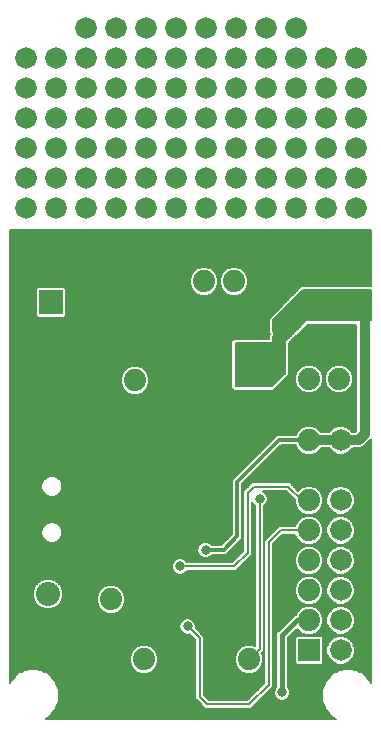
<source format=gbl>
G75*
%MOIN*%
%OFA0B0*%
%FSLAX25Y25*%
%IPPOS*%
%LPD*%
%AMOC8*
5,1,8,0,0,1.08239X$1,22.5*
%
%ADD10C,0.04331*%
%ADD11R,0.08000X0.08000*%
%ADD12C,0.08000*%
%ADD13C,0.07400*%
%ADD14R,0.07400X0.07400*%
%ADD15C,0.03200*%
%ADD16C,0.00600*%
%ADD17C,0.07200*%
%ADD18C,0.00800*%
%ADD19C,0.01600*%
%ADD20C,0.01200*%
%ADD21C,0.03200*%
D10*
X0013728Y0062375D02*
X0018059Y0062375D01*
X0018059Y0084225D02*
X0013728Y0084225D01*
D11*
X0022894Y0031300D03*
X0023894Y0142300D03*
D12*
X0023894Y0156080D03*
X0022894Y0045080D03*
D13*
X0043894Y0043300D03*
X0043894Y0033300D03*
X0054894Y0023300D03*
X0064894Y0023300D03*
X0079894Y0023300D03*
X0089894Y0023300D03*
X0109894Y0036300D03*
X0109894Y0046300D03*
X0109894Y0056300D03*
X0109894Y0066300D03*
X0109894Y0076300D03*
X0109894Y0086300D03*
X0109894Y0096300D03*
X0109894Y0116800D03*
X0109894Y0126800D03*
X0119894Y0126800D03*
X0119894Y0116800D03*
X0119894Y0141300D03*
X0119894Y0151300D03*
X0084894Y0149300D03*
X0074894Y0149300D03*
X0051894Y0116300D03*
X0051894Y0106300D03*
D14*
X0109894Y0026300D03*
D15*
X0100894Y0012300D03*
X0081894Y0017300D03*
X0078894Y0013300D03*
X0069394Y0034300D03*
X0066894Y0054300D03*
X0075394Y0059800D03*
X0075894Y0065300D03*
X0079394Y0065300D03*
X0082894Y0065300D03*
X0093394Y0076800D03*
X0076394Y0100800D03*
X0072894Y0100800D03*
X0072894Y0097300D03*
X0072894Y0093800D03*
X0072894Y0090300D03*
X0072894Y0086800D03*
X0072894Y0083300D03*
X0069394Y0100800D03*
X0078394Y0112800D03*
X0074394Y0116800D03*
X0066394Y0119800D03*
X0063394Y0123300D03*
X0066394Y0126800D03*
X0075394Y0129300D03*
X0078894Y0129300D03*
X0087894Y0126800D03*
X0087894Y0123300D03*
X0087894Y0119800D03*
X0087894Y0116300D03*
X0091894Y0131800D03*
X0095394Y0131800D03*
X0093394Y0138800D03*
X0093394Y0142300D03*
X0054394Y0063800D03*
X0054394Y0060300D03*
X0031894Y0059800D03*
X0031894Y0063800D03*
X0031894Y0067800D03*
X0031894Y0071800D03*
X0027894Y0059800D03*
X0027894Y0055800D03*
X0031894Y0055800D03*
X0023894Y0055800D03*
X0023894Y0059800D03*
X0019894Y0055800D03*
X0028894Y0102800D03*
X0032894Y0102800D03*
X0036894Y0102800D03*
X0040894Y0102800D03*
X0044894Y0102800D03*
X0065894Y0013300D03*
X0062894Y0009800D03*
D16*
X0010194Y0015445D02*
X0010194Y0166300D01*
X0130594Y0166300D01*
X0130594Y0147700D01*
X0107314Y0147700D01*
X0096494Y0136880D01*
X0096494Y0130200D01*
X0084814Y0130200D01*
X0083994Y0129380D01*
X0083994Y0113720D01*
X0084814Y0112900D01*
X0097974Y0112900D01*
X0102474Y0117400D01*
X0103294Y0118220D01*
X0103294Y0128720D01*
X0109474Y0134900D01*
X0125694Y0134900D01*
X0125694Y0099418D01*
X0125334Y0099059D01*
X0124281Y0099059D01*
X0123056Y0100284D01*
X0121329Y0101000D01*
X0119459Y0101000D01*
X0117731Y0100284D01*
X0116506Y0099059D01*
X0113923Y0099059D01*
X0112613Y0100369D01*
X0110848Y0101100D01*
X0108939Y0101100D01*
X0107175Y0100369D01*
X0105824Y0099019D01*
X0105427Y0098059D01*
X0099190Y0098059D01*
X0098194Y0097063D01*
X0084194Y0083063D01*
X0084194Y0065004D01*
X0080690Y0061500D01*
X0077512Y0061500D01*
X0076923Y0062089D01*
X0075931Y0062500D01*
X0074857Y0062500D01*
X0073864Y0062089D01*
X0073105Y0061329D01*
X0072694Y0060337D01*
X0072694Y0059263D01*
X0073105Y0058271D01*
X0073864Y0057511D01*
X0074857Y0057100D01*
X0075931Y0057100D01*
X0076923Y0057511D01*
X0077512Y0058100D01*
X0082098Y0058100D01*
X0086598Y0062600D01*
X0087594Y0063596D01*
X0087594Y0081655D01*
X0100598Y0094659D01*
X0105378Y0094659D01*
X0105824Y0093581D01*
X0107175Y0092231D01*
X0108939Y0091500D01*
X0110848Y0091500D01*
X0112613Y0092231D01*
X0113963Y0093581D01*
X0113995Y0093659D01*
X0116400Y0093659D01*
X0116409Y0093638D01*
X0117731Y0092316D01*
X0119459Y0091600D01*
X0121329Y0091600D01*
X0123056Y0092316D01*
X0124378Y0093638D01*
X0124387Y0093659D01*
X0126990Y0093659D01*
X0127982Y0094070D01*
X0129923Y0096011D01*
X0130594Y0096682D01*
X0130594Y0015445D01*
X0130269Y0016228D01*
X0127822Y0018675D01*
X0124624Y0020000D01*
X0121163Y0020000D01*
X0117966Y0018675D01*
X0115518Y0016228D01*
X0114194Y0013031D01*
X0114194Y0009569D01*
X0115518Y0006372D01*
X0117966Y0003924D01*
X0118749Y0003600D01*
X0022038Y0003600D01*
X0022822Y0003924D01*
X0025269Y0006372D01*
X0026594Y0009569D01*
X0026594Y0013031D01*
X0025269Y0016228D01*
X0022822Y0018675D01*
X0019624Y0020000D01*
X0016163Y0020000D01*
X0012966Y0018675D01*
X0010518Y0016228D01*
X0010194Y0015445D01*
X0010194Y0015664D02*
X0010285Y0015664D01*
X0010194Y0016263D02*
X0010553Y0016263D01*
X0010194Y0016861D02*
X0011151Y0016861D01*
X0011750Y0017460D02*
X0010194Y0017460D01*
X0010194Y0018058D02*
X0012348Y0018058D01*
X0012947Y0018657D02*
X0010194Y0018657D01*
X0010194Y0019255D02*
X0014365Y0019255D01*
X0015810Y0019854D02*
X0010194Y0019854D01*
X0010194Y0020452D02*
X0050953Y0020452D01*
X0050824Y0020581D02*
X0052175Y0019231D01*
X0053939Y0018500D01*
X0055848Y0018500D01*
X0057613Y0019231D01*
X0058963Y0020581D01*
X0059694Y0022345D01*
X0059694Y0024255D01*
X0058963Y0026019D01*
X0057613Y0027369D01*
X0055848Y0028100D01*
X0053939Y0028100D01*
X0052175Y0027369D01*
X0050824Y0026019D01*
X0050094Y0024255D01*
X0050094Y0022345D01*
X0050824Y0020581D01*
X0050630Y0021051D02*
X0010194Y0021051D01*
X0010194Y0021649D02*
X0050382Y0021649D01*
X0050134Y0022248D02*
X0010194Y0022248D01*
X0010194Y0022846D02*
X0050094Y0022846D01*
X0050094Y0023445D02*
X0010194Y0023445D01*
X0010194Y0024043D02*
X0050094Y0024043D01*
X0050254Y0024642D02*
X0010194Y0024642D01*
X0010194Y0025240D02*
X0050502Y0025240D01*
X0050750Y0025839D02*
X0010194Y0025839D01*
X0010194Y0026437D02*
X0051243Y0026437D01*
X0051841Y0027036D02*
X0010194Y0027036D01*
X0010194Y0027634D02*
X0052815Y0027634D01*
X0056972Y0027634D02*
X0071894Y0027634D01*
X0071894Y0027036D02*
X0057946Y0027036D01*
X0058544Y0026437D02*
X0071894Y0026437D01*
X0071894Y0025839D02*
X0059037Y0025839D01*
X0059285Y0025240D02*
X0071894Y0025240D01*
X0071894Y0024642D02*
X0059533Y0024642D01*
X0059694Y0024043D02*
X0071894Y0024043D01*
X0071894Y0023445D02*
X0059694Y0023445D01*
X0059694Y0022846D02*
X0071894Y0022846D01*
X0071894Y0022248D02*
X0059653Y0022248D01*
X0059405Y0021649D02*
X0071894Y0021649D01*
X0071894Y0021051D02*
X0059158Y0021051D01*
X0058834Y0020452D02*
X0071894Y0020452D01*
X0071894Y0019854D02*
X0058236Y0019854D01*
X0057637Y0019255D02*
X0071894Y0019255D01*
X0071894Y0018657D02*
X0056227Y0018657D01*
X0053560Y0018657D02*
X0022841Y0018657D01*
X0023439Y0018058D02*
X0071894Y0018058D01*
X0071894Y0017460D02*
X0024038Y0017460D01*
X0024636Y0016861D02*
X0071894Y0016861D01*
X0071894Y0016263D02*
X0025235Y0016263D01*
X0025503Y0015664D02*
X0071894Y0015664D01*
X0071894Y0015066D02*
X0025751Y0015066D01*
X0025999Y0014467D02*
X0071894Y0014467D01*
X0071894Y0013869D02*
X0026247Y0013869D01*
X0026494Y0013270D02*
X0071894Y0013270D01*
X0071894Y0012672D02*
X0026594Y0012672D01*
X0026594Y0012073D02*
X0071894Y0012073D01*
X0071894Y0011475D02*
X0026594Y0011475D01*
X0026594Y0010876D02*
X0071894Y0010876D01*
X0071894Y0010278D02*
X0026594Y0010278D01*
X0026594Y0009679D02*
X0072393Y0009679D01*
X0072772Y0009300D02*
X0075272Y0006800D01*
X0090515Y0006800D01*
X0091394Y0007679D01*
X0097894Y0014179D01*
X0097894Y0061679D01*
X0101015Y0064800D01*
X0105320Y0064800D01*
X0105824Y0063581D01*
X0107175Y0062231D01*
X0108939Y0061500D01*
X0110848Y0061500D01*
X0112613Y0062231D01*
X0113963Y0063581D01*
X0114694Y0065345D01*
X0114694Y0067255D01*
X0113963Y0069019D01*
X0112613Y0070369D01*
X0110848Y0071100D01*
X0108939Y0071100D01*
X0107175Y0070369D01*
X0105824Y0069019D01*
X0105320Y0067800D01*
X0099772Y0067800D01*
X0094894Y0062921D01*
X0094894Y0015421D01*
X0089272Y0009800D01*
X0076515Y0009800D01*
X0074894Y0011421D01*
X0074894Y0030921D01*
X0072081Y0033734D01*
X0072094Y0033763D01*
X0072094Y0034837D01*
X0071683Y0035829D01*
X0070923Y0036589D01*
X0069931Y0037000D01*
X0068857Y0037000D01*
X0067864Y0036589D01*
X0067105Y0035829D01*
X0066694Y0034837D01*
X0066694Y0033763D01*
X0067105Y0032771D01*
X0067864Y0032011D01*
X0068857Y0031600D01*
X0069931Y0031600D01*
X0069960Y0031612D01*
X0071894Y0029679D01*
X0071894Y0010179D01*
X0072772Y0009300D01*
X0072992Y0009081D02*
X0026391Y0009081D01*
X0026143Y0008482D02*
X0073590Y0008482D01*
X0074189Y0007884D02*
X0025895Y0007884D01*
X0025647Y0007285D02*
X0074787Y0007285D01*
X0076037Y0010278D02*
X0089750Y0010278D01*
X0090349Y0010876D02*
X0075439Y0010876D01*
X0074894Y0011475D02*
X0090947Y0011475D01*
X0091546Y0012073D02*
X0074894Y0012073D01*
X0074894Y0012672D02*
X0092144Y0012672D01*
X0092743Y0013270D02*
X0074894Y0013270D01*
X0074894Y0013869D02*
X0093341Y0013869D01*
X0093940Y0014467D02*
X0074894Y0014467D01*
X0074894Y0015066D02*
X0094538Y0015066D01*
X0094894Y0015664D02*
X0074894Y0015664D01*
X0074894Y0016263D02*
X0094894Y0016263D01*
X0094894Y0016861D02*
X0074894Y0016861D01*
X0074894Y0017460D02*
X0094894Y0017460D01*
X0094894Y0018058D02*
X0074894Y0018058D01*
X0074894Y0018657D02*
X0088560Y0018657D01*
X0088939Y0018500D02*
X0090848Y0018500D01*
X0092613Y0019231D01*
X0093963Y0020581D01*
X0094694Y0022345D01*
X0094694Y0024255D01*
X0094189Y0025474D01*
X0094894Y0026179D01*
X0094894Y0074499D01*
X0094923Y0074511D01*
X0095683Y0075271D01*
X0096094Y0076263D01*
X0096094Y0077337D01*
X0095683Y0078329D01*
X0094923Y0079089D01*
X0094414Y0079300D01*
X0102272Y0079300D01*
X0105094Y0076479D01*
X0105094Y0075345D01*
X0105824Y0073581D01*
X0107175Y0072231D01*
X0108939Y0071500D01*
X0110848Y0071500D01*
X0112613Y0072231D01*
X0113963Y0073581D01*
X0114694Y0075345D01*
X0114694Y0077255D01*
X0113963Y0079019D01*
X0112613Y0080369D01*
X0110848Y0081100D01*
X0108939Y0081100D01*
X0107175Y0080369D01*
X0106310Y0079505D01*
X0104394Y0081421D01*
X0103515Y0082300D01*
X0090772Y0082300D01*
X0088772Y0080300D01*
X0087894Y0079421D01*
X0087894Y0059421D01*
X0084272Y0055800D01*
X0069195Y0055800D01*
X0069183Y0055829D01*
X0068423Y0056589D01*
X0067431Y0057000D01*
X0066357Y0057000D01*
X0065364Y0056589D01*
X0064605Y0055829D01*
X0064194Y0054837D01*
X0064194Y0053763D01*
X0064605Y0052771D01*
X0065364Y0052011D01*
X0066357Y0051600D01*
X0067431Y0051600D01*
X0068423Y0052011D01*
X0069183Y0052771D01*
X0069195Y0052800D01*
X0085515Y0052800D01*
X0086394Y0053679D01*
X0090894Y0058179D01*
X0090894Y0075780D01*
X0091105Y0075271D01*
X0091864Y0074511D01*
X0091894Y0074499D01*
X0091894Y0027667D01*
X0090848Y0028100D01*
X0088939Y0028100D01*
X0087175Y0027369D01*
X0085824Y0026019D01*
X0085094Y0024255D01*
X0085094Y0022345D01*
X0085824Y0020581D01*
X0087175Y0019231D01*
X0088939Y0018500D01*
X0087150Y0019255D02*
X0074894Y0019255D01*
X0074894Y0019854D02*
X0086552Y0019854D01*
X0085953Y0020452D02*
X0074894Y0020452D01*
X0074894Y0021051D02*
X0085630Y0021051D01*
X0085382Y0021649D02*
X0074894Y0021649D01*
X0074894Y0022248D02*
X0085134Y0022248D01*
X0085094Y0022846D02*
X0074894Y0022846D01*
X0074894Y0023445D02*
X0085094Y0023445D01*
X0085094Y0024043D02*
X0074894Y0024043D01*
X0074894Y0024642D02*
X0085254Y0024642D01*
X0085502Y0025240D02*
X0074894Y0025240D01*
X0074894Y0025839D02*
X0085750Y0025839D01*
X0086243Y0026437D02*
X0074894Y0026437D01*
X0074894Y0027036D02*
X0086841Y0027036D01*
X0087815Y0027634D02*
X0074894Y0027634D01*
X0074894Y0028233D02*
X0091894Y0028233D01*
X0091894Y0028832D02*
X0074894Y0028832D01*
X0074894Y0029430D02*
X0091894Y0029430D01*
X0091894Y0030029D02*
X0074894Y0030029D01*
X0074894Y0030627D02*
X0091894Y0030627D01*
X0091894Y0031226D02*
X0074589Y0031226D01*
X0073991Y0031824D02*
X0091894Y0031824D01*
X0091894Y0032423D02*
X0073392Y0032423D01*
X0072794Y0033021D02*
X0091894Y0033021D01*
X0091894Y0033620D02*
X0072195Y0033620D01*
X0072094Y0034218D02*
X0091894Y0034218D01*
X0091894Y0034817D02*
X0072094Y0034817D01*
X0071854Y0035415D02*
X0091894Y0035415D01*
X0091894Y0036014D02*
X0071498Y0036014D01*
X0070867Y0036612D02*
X0091894Y0036612D01*
X0091894Y0037211D02*
X0010194Y0037211D01*
X0010194Y0037809D02*
X0091894Y0037809D01*
X0091894Y0038408D02*
X0010194Y0038408D01*
X0010194Y0039006D02*
X0041717Y0039006D01*
X0041175Y0039231D02*
X0042939Y0038500D01*
X0044848Y0038500D01*
X0046613Y0039231D01*
X0047963Y0040581D01*
X0048694Y0042345D01*
X0048694Y0044255D01*
X0047963Y0046019D01*
X0046613Y0047369D01*
X0044848Y0048100D01*
X0042939Y0048100D01*
X0041175Y0047369D01*
X0039824Y0046019D01*
X0039094Y0044255D01*
X0039094Y0042345D01*
X0039824Y0040581D01*
X0041175Y0039231D01*
X0040801Y0039605D02*
X0010194Y0039605D01*
X0010194Y0040203D02*
X0021339Y0040203D01*
X0021879Y0039980D02*
X0020005Y0040756D01*
X0018570Y0042191D01*
X0017794Y0044065D01*
X0017794Y0046094D01*
X0018570Y0047968D01*
X0020005Y0049403D01*
X0021879Y0050180D01*
X0023908Y0050180D01*
X0025783Y0049403D01*
X0027217Y0047968D01*
X0027994Y0046094D01*
X0027994Y0044065D01*
X0027217Y0042191D01*
X0025783Y0040756D01*
X0023908Y0039980D01*
X0021879Y0039980D01*
X0019959Y0040802D02*
X0010194Y0040802D01*
X0010194Y0041400D02*
X0019360Y0041400D01*
X0018762Y0041999D02*
X0010194Y0041999D01*
X0010194Y0042597D02*
X0018402Y0042597D01*
X0018154Y0043196D02*
X0010194Y0043196D01*
X0010194Y0043794D02*
X0017906Y0043794D01*
X0017794Y0044393D02*
X0010194Y0044393D01*
X0010194Y0044991D02*
X0017794Y0044991D01*
X0017794Y0045590D02*
X0010194Y0045590D01*
X0010194Y0046188D02*
X0017833Y0046188D01*
X0018081Y0046787D02*
X0010194Y0046787D01*
X0010194Y0047385D02*
X0018329Y0047385D01*
X0018586Y0047984D02*
X0010194Y0047984D01*
X0010194Y0048582D02*
X0019184Y0048582D01*
X0019783Y0049181D02*
X0010194Y0049181D01*
X0010194Y0049779D02*
X0020913Y0049779D01*
X0024874Y0049779D02*
X0091894Y0049779D01*
X0091894Y0049181D02*
X0026005Y0049181D01*
X0026603Y0048582D02*
X0091894Y0048582D01*
X0091894Y0047984D02*
X0045129Y0047984D01*
X0046574Y0047385D02*
X0091894Y0047385D01*
X0091894Y0046787D02*
X0047195Y0046787D01*
X0047794Y0046188D02*
X0091894Y0046188D01*
X0091894Y0045590D02*
X0048141Y0045590D01*
X0048389Y0044991D02*
X0091894Y0044991D01*
X0091894Y0044393D02*
X0048637Y0044393D01*
X0048694Y0043794D02*
X0091894Y0043794D01*
X0091894Y0043196D02*
X0048694Y0043196D01*
X0048694Y0042597D02*
X0091894Y0042597D01*
X0091894Y0041999D02*
X0048550Y0041999D01*
X0048302Y0041400D02*
X0091894Y0041400D01*
X0091894Y0040802D02*
X0048054Y0040802D01*
X0047585Y0040203D02*
X0091894Y0040203D01*
X0091894Y0039605D02*
X0046987Y0039605D01*
X0046071Y0039006D02*
X0091894Y0039006D01*
X0094894Y0039006D02*
X0094894Y0039006D01*
X0094894Y0038408D02*
X0094894Y0038408D01*
X0094894Y0037809D02*
X0094894Y0037809D01*
X0094894Y0037211D02*
X0094894Y0037211D01*
X0094894Y0036612D02*
X0094894Y0036612D01*
X0094894Y0036014D02*
X0094894Y0036014D01*
X0094894Y0035415D02*
X0094894Y0035415D01*
X0094894Y0034817D02*
X0094894Y0034817D01*
X0094894Y0034218D02*
X0094894Y0034218D01*
X0094894Y0033620D02*
X0094894Y0033620D01*
X0094894Y0033021D02*
X0094894Y0033021D01*
X0094894Y0032423D02*
X0094894Y0032423D01*
X0094894Y0031824D02*
X0094894Y0031824D01*
X0094894Y0031226D02*
X0094894Y0031226D01*
X0094894Y0030627D02*
X0094894Y0030627D01*
X0094894Y0030029D02*
X0094894Y0030029D01*
X0094894Y0029430D02*
X0094894Y0029430D01*
X0094894Y0028832D02*
X0094894Y0028832D01*
X0094894Y0028233D02*
X0094894Y0028233D01*
X0094894Y0027634D02*
X0094894Y0027634D01*
X0094894Y0027036D02*
X0094894Y0027036D01*
X0094894Y0026437D02*
X0094894Y0026437D01*
X0094894Y0025839D02*
X0094554Y0025839D01*
X0094285Y0025240D02*
X0094894Y0025240D01*
X0094894Y0024642D02*
X0094533Y0024642D01*
X0094694Y0024043D02*
X0094894Y0024043D01*
X0094894Y0023445D02*
X0094694Y0023445D01*
X0094694Y0022846D02*
X0094894Y0022846D01*
X0094894Y0022248D02*
X0094653Y0022248D01*
X0094894Y0021649D02*
X0094405Y0021649D01*
X0094158Y0021051D02*
X0094894Y0021051D01*
X0094894Y0020452D02*
X0093834Y0020452D01*
X0093236Y0019854D02*
X0094894Y0019854D01*
X0094894Y0019255D02*
X0092637Y0019255D01*
X0091227Y0018657D02*
X0094894Y0018657D01*
X0097894Y0018657D02*
X0098994Y0018657D01*
X0098994Y0019255D02*
X0097894Y0019255D01*
X0097894Y0019854D02*
X0098994Y0019854D01*
X0098994Y0020452D02*
X0097894Y0020452D01*
X0097894Y0021051D02*
X0098994Y0021051D01*
X0098994Y0021649D02*
X0097894Y0021649D01*
X0097894Y0022248D02*
X0098994Y0022248D01*
X0098994Y0022846D02*
X0097894Y0022846D01*
X0097894Y0023445D02*
X0098994Y0023445D01*
X0098994Y0024043D02*
X0097894Y0024043D01*
X0097894Y0024642D02*
X0098994Y0024642D01*
X0098994Y0025240D02*
X0097894Y0025240D01*
X0097894Y0025839D02*
X0098994Y0025839D01*
X0098994Y0026437D02*
X0097894Y0026437D01*
X0097894Y0027036D02*
X0098994Y0027036D01*
X0098994Y0027634D02*
X0097894Y0027634D01*
X0097894Y0028233D02*
X0098994Y0028233D01*
X0098994Y0028832D02*
X0097894Y0028832D01*
X0097894Y0029430D02*
X0098994Y0029430D01*
X0098994Y0030029D02*
X0097894Y0030029D01*
X0097894Y0030627D02*
X0098994Y0030627D01*
X0098994Y0031226D02*
X0097894Y0031226D01*
X0097894Y0031824D02*
X0098994Y0031824D01*
X0098994Y0032087D02*
X0098994Y0014218D01*
X0098605Y0013829D01*
X0098194Y0012837D01*
X0098194Y0011763D01*
X0098605Y0010771D01*
X0099364Y0010011D01*
X0100357Y0009600D01*
X0101431Y0009600D01*
X0102423Y0010011D01*
X0103183Y0010771D01*
X0103594Y0011763D01*
X0103594Y0012837D01*
X0103183Y0013829D01*
X0102794Y0014218D01*
X0102794Y0030513D01*
X0105843Y0033562D01*
X0107175Y0032231D01*
X0108939Y0031500D01*
X0110848Y0031500D01*
X0112613Y0032231D01*
X0113963Y0033581D01*
X0114694Y0035345D01*
X0114694Y0037255D01*
X0113963Y0039019D01*
X0112613Y0040369D01*
X0110848Y0041100D01*
X0108939Y0041100D01*
X0107175Y0040369D01*
X0105824Y0039019D01*
X0105485Y0038200D01*
X0105107Y0038200D01*
X0100107Y0033200D01*
X0098994Y0032087D01*
X0099329Y0032423D02*
X0097894Y0032423D01*
X0097894Y0033021D02*
X0099928Y0033021D01*
X0100526Y0033620D02*
X0097894Y0033620D01*
X0097894Y0034218D02*
X0101125Y0034218D01*
X0101723Y0034817D02*
X0097894Y0034817D01*
X0097894Y0035415D02*
X0102322Y0035415D01*
X0102920Y0036014D02*
X0097894Y0036014D01*
X0097894Y0036612D02*
X0103519Y0036612D01*
X0104117Y0037211D02*
X0097894Y0037211D01*
X0097894Y0037809D02*
X0104716Y0037809D01*
X0105571Y0038408D02*
X0097894Y0038408D01*
X0097894Y0039006D02*
X0105819Y0039006D01*
X0106410Y0039605D02*
X0097894Y0039605D01*
X0097894Y0040203D02*
X0107009Y0040203D01*
X0108219Y0040802D02*
X0097894Y0040802D01*
X0097894Y0041400D02*
X0130594Y0041400D01*
X0130594Y0040802D02*
X0121807Y0040802D01*
X0121329Y0041000D02*
X0119459Y0041000D01*
X0117731Y0040284D01*
X0116409Y0038962D01*
X0115694Y0037235D01*
X0115694Y0035365D01*
X0116409Y0033638D01*
X0117731Y0032316D01*
X0119459Y0031600D01*
X0121329Y0031600D01*
X0123056Y0032316D01*
X0124378Y0033638D01*
X0125094Y0035365D01*
X0125094Y0037235D01*
X0124378Y0038962D01*
X0123056Y0040284D01*
X0121329Y0041000D01*
X0121329Y0041600D02*
X0123056Y0042316D01*
X0124378Y0043638D01*
X0125094Y0045365D01*
X0125094Y0047235D01*
X0124378Y0048962D01*
X0123056Y0050284D01*
X0121329Y0051000D01*
X0119459Y0051000D01*
X0117731Y0050284D01*
X0116409Y0048962D01*
X0115694Y0047235D01*
X0115694Y0045365D01*
X0116409Y0043638D01*
X0117731Y0042316D01*
X0119459Y0041600D01*
X0121329Y0041600D01*
X0122291Y0041999D02*
X0130594Y0041999D01*
X0130594Y0042597D02*
X0123338Y0042597D01*
X0123936Y0043196D02*
X0130594Y0043196D01*
X0130594Y0043794D02*
X0124443Y0043794D01*
X0124691Y0044393D02*
X0130594Y0044393D01*
X0130594Y0044991D02*
X0124939Y0044991D01*
X0125094Y0045590D02*
X0130594Y0045590D01*
X0130594Y0046188D02*
X0125094Y0046188D01*
X0125094Y0046787D02*
X0130594Y0046787D01*
X0130594Y0047385D02*
X0125031Y0047385D01*
X0124783Y0047984D02*
X0130594Y0047984D01*
X0130594Y0048582D02*
X0124536Y0048582D01*
X0124160Y0049181D02*
X0130594Y0049181D01*
X0130594Y0049779D02*
X0123561Y0049779D01*
X0122830Y0050378D02*
X0130594Y0050378D01*
X0130594Y0050976D02*
X0121385Y0050976D01*
X0121329Y0051600D02*
X0123056Y0052316D01*
X0124378Y0053638D01*
X0125094Y0055365D01*
X0125094Y0057235D01*
X0124378Y0058962D01*
X0123056Y0060284D01*
X0121329Y0061000D01*
X0119459Y0061000D01*
X0117731Y0060284D01*
X0116409Y0058962D01*
X0115694Y0057235D01*
X0115694Y0055365D01*
X0116409Y0053638D01*
X0117731Y0052316D01*
X0119459Y0051600D01*
X0121329Y0051600D01*
X0122713Y0052173D02*
X0130594Y0052173D01*
X0130594Y0051575D02*
X0111029Y0051575D01*
X0110848Y0051500D02*
X0112613Y0052231D01*
X0113963Y0053581D01*
X0114694Y0055345D01*
X0114694Y0057255D01*
X0113963Y0059019D01*
X0112613Y0060369D01*
X0110848Y0061100D01*
X0108939Y0061100D01*
X0107175Y0060369D01*
X0105824Y0059019D01*
X0105094Y0057255D01*
X0105094Y0055345D01*
X0105824Y0053581D01*
X0107175Y0052231D01*
X0108939Y0051500D01*
X0110848Y0051500D01*
X0110848Y0051100D02*
X0108939Y0051100D01*
X0107175Y0050369D01*
X0105824Y0049019D01*
X0105094Y0047255D01*
X0105094Y0045345D01*
X0105824Y0043581D01*
X0107175Y0042231D01*
X0108939Y0041500D01*
X0110848Y0041500D01*
X0112613Y0042231D01*
X0113963Y0043581D01*
X0114694Y0045345D01*
X0114694Y0047255D01*
X0113963Y0049019D01*
X0112613Y0050369D01*
X0110848Y0051100D01*
X0111147Y0050976D02*
X0119402Y0050976D01*
X0117957Y0050378D02*
X0112592Y0050378D01*
X0113202Y0049779D02*
X0117226Y0049779D01*
X0116628Y0049181D02*
X0113801Y0049181D01*
X0114144Y0048582D02*
X0116252Y0048582D01*
X0116004Y0047984D02*
X0114392Y0047984D01*
X0114640Y0047385D02*
X0115756Y0047385D01*
X0115694Y0046787D02*
X0114694Y0046787D01*
X0114694Y0046188D02*
X0115694Y0046188D01*
X0115694Y0045590D02*
X0114694Y0045590D01*
X0114547Y0044991D02*
X0115849Y0044991D01*
X0116096Y0044393D02*
X0114299Y0044393D01*
X0114051Y0043794D02*
X0116344Y0043794D01*
X0116851Y0043196D02*
X0113578Y0043196D01*
X0112979Y0042597D02*
X0117450Y0042597D01*
X0118496Y0041999D02*
X0112053Y0041999D01*
X0111568Y0040802D02*
X0118980Y0040802D01*
X0117650Y0040203D02*
X0112779Y0040203D01*
X0113377Y0039605D02*
X0117052Y0039605D01*
X0116453Y0039006D02*
X0113968Y0039006D01*
X0114216Y0038408D02*
X0116180Y0038408D01*
X0115932Y0037809D02*
X0114464Y0037809D01*
X0114694Y0037211D02*
X0115694Y0037211D01*
X0115694Y0036612D02*
X0114694Y0036612D01*
X0114694Y0036014D02*
X0115694Y0036014D01*
X0115694Y0035415D02*
X0114694Y0035415D01*
X0114475Y0034817D02*
X0115921Y0034817D01*
X0116169Y0034218D02*
X0114227Y0034218D01*
X0113979Y0033620D02*
X0116427Y0033620D01*
X0117026Y0033021D02*
X0113403Y0033021D01*
X0112805Y0032423D02*
X0117624Y0032423D01*
X0118918Y0031824D02*
X0111631Y0031824D01*
X0114049Y0031100D02*
X0105738Y0031100D01*
X0105094Y0030456D01*
X0105094Y0022144D01*
X0105738Y0021500D01*
X0114049Y0021500D01*
X0114694Y0022144D01*
X0114694Y0030456D01*
X0114049Y0031100D01*
X0114522Y0030627D02*
X0118558Y0030627D01*
X0117731Y0030284D02*
X0116409Y0028962D01*
X0115694Y0027235D01*
X0115694Y0025365D01*
X0116409Y0023638D01*
X0117731Y0022316D01*
X0119459Y0021600D01*
X0121329Y0021600D01*
X0123056Y0022316D01*
X0124378Y0023638D01*
X0125094Y0025365D01*
X0125094Y0027235D01*
X0124378Y0028962D01*
X0123056Y0030284D01*
X0121329Y0031000D01*
X0119459Y0031000D01*
X0117731Y0030284D01*
X0117475Y0030029D02*
X0114694Y0030029D01*
X0114694Y0029430D02*
X0116877Y0029430D01*
X0116355Y0028832D02*
X0114694Y0028832D01*
X0114694Y0028233D02*
X0116107Y0028233D01*
X0115859Y0027634D02*
X0114694Y0027634D01*
X0114694Y0027036D02*
X0115694Y0027036D01*
X0115694Y0026437D02*
X0114694Y0026437D01*
X0114694Y0025839D02*
X0115694Y0025839D01*
X0115745Y0025240D02*
X0114694Y0025240D01*
X0114694Y0024642D02*
X0115993Y0024642D01*
X0116241Y0024043D02*
X0114694Y0024043D01*
X0114694Y0023445D02*
X0116602Y0023445D01*
X0117200Y0022846D02*
X0114694Y0022846D01*
X0114694Y0022248D02*
X0117895Y0022248D01*
X0119340Y0021649D02*
X0114199Y0021649D01*
X0117348Y0018058D02*
X0102794Y0018058D01*
X0102794Y0017460D02*
X0116750Y0017460D01*
X0116151Y0016861D02*
X0102794Y0016861D01*
X0102794Y0016263D02*
X0115553Y0016263D01*
X0115285Y0015664D02*
X0102794Y0015664D01*
X0102794Y0015066D02*
X0115037Y0015066D01*
X0114789Y0014467D02*
X0102794Y0014467D01*
X0103143Y0013869D02*
X0114541Y0013869D01*
X0114293Y0013270D02*
X0103414Y0013270D01*
X0103594Y0012672D02*
X0114194Y0012672D01*
X0114194Y0012073D02*
X0103594Y0012073D01*
X0103474Y0011475D02*
X0114194Y0011475D01*
X0114194Y0010876D02*
X0103226Y0010876D01*
X0102690Y0010278D02*
X0114194Y0010278D01*
X0114194Y0009679D02*
X0101622Y0009679D01*
X0100166Y0009679D02*
X0093394Y0009679D01*
X0092796Y0009081D02*
X0114396Y0009081D01*
X0114644Y0008482D02*
X0092197Y0008482D01*
X0091599Y0007884D02*
X0114892Y0007884D01*
X0115140Y0007285D02*
X0091000Y0007285D01*
X0091394Y0007679D02*
X0091394Y0007679D01*
X0093993Y0010278D02*
X0099098Y0010278D01*
X0098561Y0010876D02*
X0094591Y0010876D01*
X0095190Y0011475D02*
X0098313Y0011475D01*
X0098194Y0012073D02*
X0095788Y0012073D01*
X0096387Y0012672D02*
X0098194Y0012672D01*
X0098373Y0013270D02*
X0096985Y0013270D01*
X0097584Y0013869D02*
X0098644Y0013869D01*
X0098994Y0014467D02*
X0097894Y0014467D01*
X0097894Y0015066D02*
X0098994Y0015066D01*
X0098994Y0015664D02*
X0097894Y0015664D01*
X0097894Y0016263D02*
X0098994Y0016263D01*
X0098994Y0016861D02*
X0097894Y0016861D01*
X0097894Y0017460D02*
X0098994Y0017460D01*
X0098994Y0018058D02*
X0097894Y0018058D01*
X0102794Y0018657D02*
X0117947Y0018657D01*
X0119365Y0019255D02*
X0102794Y0019255D01*
X0102794Y0019854D02*
X0120810Y0019854D01*
X0121448Y0021649D02*
X0130594Y0021649D01*
X0130594Y0021051D02*
X0102794Y0021051D01*
X0102794Y0021649D02*
X0105589Y0021649D01*
X0105094Y0022248D02*
X0102794Y0022248D01*
X0102794Y0022846D02*
X0105094Y0022846D01*
X0105094Y0023445D02*
X0102794Y0023445D01*
X0102794Y0024043D02*
X0105094Y0024043D01*
X0105094Y0024642D02*
X0102794Y0024642D01*
X0102794Y0025240D02*
X0105094Y0025240D01*
X0105094Y0025839D02*
X0102794Y0025839D01*
X0102794Y0026437D02*
X0105094Y0026437D01*
X0105094Y0027036D02*
X0102794Y0027036D01*
X0102794Y0027634D02*
X0105094Y0027634D01*
X0105094Y0028233D02*
X0102794Y0028233D01*
X0102794Y0028832D02*
X0105094Y0028832D01*
X0105094Y0029430D02*
X0102794Y0029430D01*
X0102794Y0030029D02*
X0105094Y0030029D01*
X0105265Y0030627D02*
X0102908Y0030627D01*
X0103506Y0031226D02*
X0130594Y0031226D01*
X0130594Y0031824D02*
X0121870Y0031824D01*
X0122229Y0030627D02*
X0130594Y0030627D01*
X0130594Y0030029D02*
X0123312Y0030029D01*
X0123910Y0029430D02*
X0130594Y0029430D01*
X0130594Y0028832D02*
X0124432Y0028832D01*
X0124680Y0028233D02*
X0130594Y0028233D01*
X0130594Y0027634D02*
X0124928Y0027634D01*
X0125094Y0027036D02*
X0130594Y0027036D01*
X0130594Y0026437D02*
X0125094Y0026437D01*
X0125094Y0025839D02*
X0130594Y0025839D01*
X0130594Y0025240D02*
X0125042Y0025240D01*
X0124794Y0024642D02*
X0130594Y0024642D01*
X0130594Y0024043D02*
X0124546Y0024043D01*
X0124185Y0023445D02*
X0130594Y0023445D01*
X0130594Y0022846D02*
X0123587Y0022846D01*
X0122893Y0022248D02*
X0130594Y0022248D01*
X0130594Y0020452D02*
X0102794Y0020452D01*
X0104105Y0031824D02*
X0108157Y0031824D01*
X0106983Y0032423D02*
X0104703Y0032423D01*
X0105302Y0033021D02*
X0106384Y0033021D01*
X0107735Y0041999D02*
X0097894Y0041999D01*
X0097894Y0042597D02*
X0106808Y0042597D01*
X0106210Y0043196D02*
X0097894Y0043196D01*
X0097894Y0043794D02*
X0105736Y0043794D01*
X0105488Y0044393D02*
X0097894Y0044393D01*
X0097894Y0044991D02*
X0105240Y0044991D01*
X0105094Y0045590D02*
X0097894Y0045590D01*
X0097894Y0046188D02*
X0105094Y0046188D01*
X0105094Y0046787D02*
X0097894Y0046787D01*
X0097894Y0047385D02*
X0105148Y0047385D01*
X0105396Y0047984D02*
X0097894Y0047984D01*
X0097894Y0048582D02*
X0105644Y0048582D01*
X0105986Y0049181D02*
X0097894Y0049181D01*
X0097894Y0049779D02*
X0106585Y0049779D01*
X0107196Y0050378D02*
X0097894Y0050378D01*
X0097894Y0050976D02*
X0108641Y0050976D01*
X0108758Y0051575D02*
X0097894Y0051575D01*
X0097894Y0052173D02*
X0107313Y0052173D01*
X0106634Y0052772D02*
X0097894Y0052772D01*
X0097894Y0053370D02*
X0106035Y0053370D01*
X0105664Y0053969D02*
X0097894Y0053969D01*
X0097894Y0054568D02*
X0105416Y0054568D01*
X0105168Y0055166D02*
X0097894Y0055166D01*
X0097894Y0055765D02*
X0105094Y0055765D01*
X0105094Y0056363D02*
X0097894Y0056363D01*
X0097894Y0056962D02*
X0105094Y0056962D01*
X0105220Y0057560D02*
X0097894Y0057560D01*
X0097894Y0058159D02*
X0105468Y0058159D01*
X0105716Y0058757D02*
X0097894Y0058757D01*
X0097894Y0059356D02*
X0106161Y0059356D01*
X0106760Y0059954D02*
X0097894Y0059954D01*
X0097894Y0060553D02*
X0107617Y0060553D01*
X0108336Y0061750D02*
X0097965Y0061750D01*
X0097894Y0061151D02*
X0130594Y0061151D01*
X0130594Y0060553D02*
X0122409Y0060553D01*
X0123386Y0059954D02*
X0130594Y0059954D01*
X0130594Y0059356D02*
X0123985Y0059356D01*
X0124463Y0058757D02*
X0130594Y0058757D01*
X0130594Y0058159D02*
X0124711Y0058159D01*
X0124959Y0057560D02*
X0130594Y0057560D01*
X0130594Y0056962D02*
X0125094Y0056962D01*
X0125094Y0056363D02*
X0130594Y0056363D01*
X0130594Y0055765D02*
X0125094Y0055765D01*
X0125011Y0055166D02*
X0130594Y0055166D01*
X0130594Y0054568D02*
X0124763Y0054568D01*
X0124515Y0053969D02*
X0130594Y0053969D01*
X0130594Y0053370D02*
X0124111Y0053370D01*
X0123512Y0052772D02*
X0130594Y0052772D01*
X0130594Y0061750D02*
X0121690Y0061750D01*
X0121329Y0061600D02*
X0123056Y0062316D01*
X0124378Y0063638D01*
X0125094Y0065365D01*
X0125094Y0067235D01*
X0124378Y0068962D01*
X0123056Y0070284D01*
X0121329Y0071000D01*
X0119459Y0071000D01*
X0117731Y0070284D01*
X0116409Y0068962D01*
X0115694Y0067235D01*
X0115694Y0065365D01*
X0116409Y0063638D01*
X0117731Y0062316D01*
X0119459Y0061600D01*
X0121329Y0061600D01*
X0123089Y0062348D02*
X0130594Y0062348D01*
X0130594Y0062947D02*
X0123687Y0062947D01*
X0124286Y0063545D02*
X0130594Y0063545D01*
X0130594Y0064144D02*
X0124588Y0064144D01*
X0124836Y0064742D02*
X0130594Y0064742D01*
X0130594Y0065341D02*
X0125084Y0065341D01*
X0125094Y0065939D02*
X0130594Y0065939D01*
X0130594Y0066538D02*
X0125094Y0066538D01*
X0125094Y0067136D02*
X0130594Y0067136D01*
X0130594Y0067735D02*
X0124887Y0067735D01*
X0124639Y0068333D02*
X0130594Y0068333D01*
X0130594Y0068932D02*
X0124391Y0068932D01*
X0123810Y0069530D02*
X0130594Y0069530D01*
X0130594Y0070129D02*
X0123212Y0070129D01*
X0121987Y0070727D02*
X0130594Y0070727D01*
X0130594Y0071326D02*
X0094894Y0071326D01*
X0094894Y0071924D02*
X0107914Y0071924D01*
X0106883Y0072523D02*
X0094894Y0072523D01*
X0094894Y0073121D02*
X0106284Y0073121D01*
X0105767Y0073720D02*
X0094894Y0073720D01*
X0094894Y0074318D02*
X0105519Y0074318D01*
X0105271Y0074917D02*
X0095329Y0074917D01*
X0095784Y0075515D02*
X0105094Y0075515D01*
X0105094Y0076114D02*
X0096032Y0076114D01*
X0096094Y0076712D02*
X0104860Y0076712D01*
X0104261Y0077311D02*
X0096094Y0077311D01*
X0095857Y0077909D02*
X0103663Y0077909D01*
X0103064Y0078508D02*
X0095504Y0078508D01*
X0094881Y0079106D02*
X0102466Y0079106D01*
X0104314Y0081501D02*
X0130594Y0081501D01*
X0130594Y0082099D02*
X0103716Y0082099D01*
X0104913Y0080902D02*
X0108461Y0080902D01*
X0107109Y0080303D02*
X0105512Y0080303D01*
X0106110Y0079705D02*
X0106510Y0079705D01*
X0111326Y0080902D02*
X0119222Y0080902D01*
X0119459Y0081000D02*
X0117731Y0080284D01*
X0116409Y0078962D01*
X0115694Y0077235D01*
X0115694Y0075365D01*
X0116409Y0073638D01*
X0117731Y0072316D01*
X0119459Y0071600D01*
X0121329Y0071600D01*
X0123056Y0072316D01*
X0124378Y0073638D01*
X0125094Y0075365D01*
X0125094Y0077235D01*
X0124378Y0078962D01*
X0123056Y0080284D01*
X0121329Y0081000D01*
X0119459Y0081000D01*
X0121565Y0080902D02*
X0130594Y0080902D01*
X0130594Y0080303D02*
X0123010Y0080303D01*
X0123636Y0079705D02*
X0130594Y0079705D01*
X0130594Y0079106D02*
X0124234Y0079106D01*
X0124566Y0078508D02*
X0130594Y0078508D01*
X0130594Y0077909D02*
X0124814Y0077909D01*
X0125062Y0077311D02*
X0130594Y0077311D01*
X0130594Y0076712D02*
X0125094Y0076712D01*
X0125094Y0076114D02*
X0130594Y0076114D01*
X0130594Y0075515D02*
X0125094Y0075515D01*
X0124908Y0074917D02*
X0130594Y0074917D01*
X0130594Y0074318D02*
X0124660Y0074318D01*
X0124412Y0073720D02*
X0130594Y0073720D01*
X0130594Y0073121D02*
X0123862Y0073121D01*
X0123263Y0072523D02*
X0130594Y0072523D01*
X0130594Y0071924D02*
X0122112Y0071924D01*
X0118676Y0071924D02*
X0111873Y0071924D01*
X0112905Y0072523D02*
X0117524Y0072523D01*
X0116926Y0073121D02*
X0113503Y0073121D01*
X0114020Y0073720D02*
X0116375Y0073720D01*
X0116127Y0074318D02*
X0114268Y0074318D01*
X0114516Y0074917D02*
X0115879Y0074917D01*
X0115694Y0075515D02*
X0114694Y0075515D01*
X0114694Y0076114D02*
X0115694Y0076114D01*
X0115694Y0076712D02*
X0114694Y0076712D01*
X0114670Y0077311D02*
X0115725Y0077311D01*
X0115973Y0077909D02*
X0114423Y0077909D01*
X0114175Y0078508D02*
X0116221Y0078508D01*
X0116553Y0079106D02*
X0113875Y0079106D01*
X0113277Y0079705D02*
X0117152Y0079705D01*
X0117777Y0080303D02*
X0112678Y0080303D01*
X0111748Y0070727D02*
X0118801Y0070727D01*
X0117576Y0070129D02*
X0112853Y0070129D01*
X0113452Y0069530D02*
X0116977Y0069530D01*
X0116397Y0068932D02*
X0113999Y0068932D01*
X0114247Y0068333D02*
X0116149Y0068333D01*
X0115901Y0067735D02*
X0114495Y0067735D01*
X0114694Y0067136D02*
X0115694Y0067136D01*
X0115694Y0066538D02*
X0114694Y0066538D01*
X0114694Y0065939D02*
X0115694Y0065939D01*
X0115704Y0065341D02*
X0114692Y0065341D01*
X0114444Y0064742D02*
X0115952Y0064742D01*
X0116200Y0064144D02*
X0114196Y0064144D01*
X0113927Y0063545D02*
X0116502Y0063545D01*
X0117100Y0062947D02*
X0113329Y0062947D01*
X0112730Y0062348D02*
X0117699Y0062348D01*
X0119098Y0061750D02*
X0111451Y0061750D01*
X0112170Y0060553D02*
X0118379Y0060553D01*
X0117401Y0059954D02*
X0113028Y0059954D01*
X0113626Y0059356D02*
X0116802Y0059356D01*
X0116324Y0058757D02*
X0114071Y0058757D01*
X0114319Y0058159D02*
X0116076Y0058159D01*
X0115828Y0057560D02*
X0114567Y0057560D01*
X0114694Y0056962D02*
X0115694Y0056962D01*
X0115694Y0056363D02*
X0114694Y0056363D01*
X0114694Y0055765D02*
X0115694Y0055765D01*
X0115776Y0055166D02*
X0114619Y0055166D01*
X0114372Y0054568D02*
X0116024Y0054568D01*
X0116272Y0053969D02*
X0114124Y0053969D01*
X0113752Y0053370D02*
X0116676Y0053370D01*
X0117275Y0052772D02*
X0113154Y0052772D01*
X0112474Y0052173D02*
X0118074Y0052173D01*
X0123137Y0040203D02*
X0130594Y0040203D01*
X0130594Y0039605D02*
X0123736Y0039605D01*
X0124334Y0039006D02*
X0130594Y0039006D01*
X0130594Y0038408D02*
X0124608Y0038408D01*
X0124856Y0037809D02*
X0130594Y0037809D01*
X0130594Y0037211D02*
X0125094Y0037211D01*
X0125094Y0036612D02*
X0130594Y0036612D01*
X0130594Y0036014D02*
X0125094Y0036014D01*
X0125094Y0035415D02*
X0130594Y0035415D01*
X0130594Y0034817D02*
X0124866Y0034817D01*
X0124619Y0034218D02*
X0130594Y0034218D01*
X0130594Y0033620D02*
X0124360Y0033620D01*
X0123762Y0033021D02*
X0130594Y0033021D01*
X0130594Y0032423D02*
X0123163Y0032423D01*
X0124977Y0019854D02*
X0130594Y0019854D01*
X0130594Y0019255D02*
X0126422Y0019255D01*
X0127841Y0018657D02*
X0130594Y0018657D01*
X0130594Y0018058D02*
X0128439Y0018058D01*
X0129038Y0017460D02*
X0130594Y0017460D01*
X0130594Y0016861D02*
X0129636Y0016861D01*
X0130235Y0016263D02*
X0130594Y0016263D01*
X0130594Y0015664D02*
X0130503Y0015664D01*
X0118522Y0003694D02*
X0022265Y0003694D01*
X0023190Y0004293D02*
X0117597Y0004293D01*
X0116999Y0004891D02*
X0023788Y0004891D01*
X0024387Y0005490D02*
X0116400Y0005490D01*
X0115802Y0006088D02*
X0024985Y0006088D01*
X0025400Y0006687D02*
X0115388Y0006687D01*
X0094894Y0039605D02*
X0094894Y0039605D01*
X0094894Y0040203D02*
X0094894Y0040203D01*
X0094894Y0040802D02*
X0094894Y0040802D01*
X0094894Y0041400D02*
X0094894Y0041400D01*
X0094894Y0041999D02*
X0094894Y0041999D01*
X0094894Y0042597D02*
X0094894Y0042597D01*
X0094894Y0043196D02*
X0094894Y0043196D01*
X0094894Y0043794D02*
X0094894Y0043794D01*
X0094894Y0044393D02*
X0094894Y0044393D01*
X0094894Y0044991D02*
X0094894Y0044991D01*
X0094894Y0045590D02*
X0094894Y0045590D01*
X0094894Y0046188D02*
X0094894Y0046188D01*
X0094894Y0046787D02*
X0094894Y0046787D01*
X0094894Y0047385D02*
X0094894Y0047385D01*
X0094894Y0047984D02*
X0094894Y0047984D01*
X0094894Y0048582D02*
X0094894Y0048582D01*
X0094894Y0049181D02*
X0094894Y0049181D01*
X0094894Y0049779D02*
X0094894Y0049779D01*
X0094894Y0050378D02*
X0094894Y0050378D01*
X0094894Y0050976D02*
X0094894Y0050976D01*
X0094894Y0051575D02*
X0094894Y0051575D01*
X0094894Y0052173D02*
X0094894Y0052173D01*
X0094894Y0052772D02*
X0094894Y0052772D01*
X0094894Y0053370D02*
X0094894Y0053370D01*
X0094894Y0053969D02*
X0094894Y0053969D01*
X0094894Y0054568D02*
X0094894Y0054568D01*
X0094894Y0055166D02*
X0094894Y0055166D01*
X0094894Y0055765D02*
X0094894Y0055765D01*
X0094894Y0056363D02*
X0094894Y0056363D01*
X0094894Y0056962D02*
X0094894Y0056962D01*
X0094894Y0057560D02*
X0094894Y0057560D01*
X0094894Y0058159D02*
X0094894Y0058159D01*
X0094894Y0058757D02*
X0094894Y0058757D01*
X0094894Y0059356D02*
X0094894Y0059356D01*
X0094894Y0059954D02*
X0094894Y0059954D01*
X0094894Y0060553D02*
X0094894Y0060553D01*
X0094894Y0061151D02*
X0094894Y0061151D01*
X0094894Y0061750D02*
X0094894Y0061750D01*
X0094894Y0062348D02*
X0094894Y0062348D01*
X0094894Y0062947D02*
X0094919Y0062947D01*
X0094894Y0063545D02*
X0095518Y0063545D01*
X0096116Y0064144D02*
X0094894Y0064144D01*
X0094894Y0064742D02*
X0096715Y0064742D01*
X0097313Y0065341D02*
X0094894Y0065341D01*
X0094894Y0065939D02*
X0097912Y0065939D01*
X0098510Y0066538D02*
X0094894Y0066538D01*
X0094894Y0067136D02*
X0099109Y0067136D01*
X0099707Y0067735D02*
X0094894Y0067735D01*
X0094894Y0068333D02*
X0105540Y0068333D01*
X0105788Y0068932D02*
X0094894Y0068932D01*
X0094894Y0069530D02*
X0106336Y0069530D01*
X0106934Y0070129D02*
X0094894Y0070129D01*
X0094894Y0070727D02*
X0108039Y0070727D01*
X0105343Y0064742D02*
X0100957Y0064742D01*
X0100359Y0064144D02*
X0105591Y0064144D01*
X0105860Y0063545D02*
X0099760Y0063545D01*
X0099162Y0062947D02*
X0106459Y0062947D01*
X0107057Y0062348D02*
X0098563Y0062348D01*
X0091894Y0062348D02*
X0090894Y0062348D01*
X0090894Y0061750D02*
X0091894Y0061750D01*
X0091894Y0061151D02*
X0090894Y0061151D01*
X0090894Y0060553D02*
X0091894Y0060553D01*
X0091894Y0059954D02*
X0090894Y0059954D01*
X0090894Y0059356D02*
X0091894Y0059356D01*
X0091894Y0058757D02*
X0090894Y0058757D01*
X0090874Y0058159D02*
X0091894Y0058159D01*
X0091894Y0057560D02*
X0090275Y0057560D01*
X0089677Y0056962D02*
X0091894Y0056962D01*
X0091894Y0056363D02*
X0089078Y0056363D01*
X0088480Y0055765D02*
X0091894Y0055765D01*
X0091894Y0055166D02*
X0087881Y0055166D01*
X0087283Y0054568D02*
X0091894Y0054568D01*
X0091894Y0053969D02*
X0086684Y0053969D01*
X0086086Y0053370D02*
X0091894Y0053370D01*
X0091894Y0052772D02*
X0069183Y0052772D01*
X0068586Y0052173D02*
X0091894Y0052173D01*
X0091894Y0051575D02*
X0010194Y0051575D01*
X0010194Y0052173D02*
X0065202Y0052173D01*
X0064604Y0052772D02*
X0010194Y0052772D01*
X0010194Y0053370D02*
X0064356Y0053370D01*
X0064194Y0053969D02*
X0010194Y0053969D01*
X0010194Y0054568D02*
X0064194Y0054568D01*
X0064330Y0055166D02*
X0010194Y0055166D01*
X0010194Y0055765D02*
X0064578Y0055765D01*
X0065138Y0056363D02*
X0010194Y0056363D01*
X0010194Y0056962D02*
X0066264Y0056962D01*
X0067524Y0056962D02*
X0085434Y0056962D01*
X0086032Y0057560D02*
X0076972Y0057560D01*
X0077262Y0061750D02*
X0080939Y0061750D01*
X0081538Y0062348D02*
X0076297Y0062348D01*
X0074490Y0062348D02*
X0025352Y0062348D01*
X0024854Y0062142D02*
X0026133Y0062672D01*
X0027113Y0063651D01*
X0027643Y0064930D01*
X0027643Y0066315D01*
X0027113Y0067595D01*
X0026133Y0068574D01*
X0024854Y0069104D01*
X0023469Y0069104D01*
X0022190Y0068574D01*
X0021210Y0067595D01*
X0020680Y0066315D01*
X0020680Y0064930D01*
X0021210Y0063651D01*
X0022190Y0062672D01*
X0023469Y0062142D01*
X0024854Y0062142D01*
X0026408Y0062947D02*
X0082136Y0062947D01*
X0082735Y0063545D02*
X0027007Y0063545D01*
X0027317Y0064144D02*
X0083333Y0064144D01*
X0083932Y0064742D02*
X0027565Y0064742D01*
X0027643Y0065341D02*
X0084194Y0065341D01*
X0084194Y0065939D02*
X0027643Y0065939D01*
X0027550Y0066538D02*
X0084194Y0066538D01*
X0084194Y0067136D02*
X0027302Y0067136D01*
X0026972Y0067735D02*
X0084194Y0067735D01*
X0084194Y0068333D02*
X0026374Y0068333D01*
X0025269Y0068932D02*
X0084194Y0068932D01*
X0084194Y0069530D02*
X0010194Y0069530D01*
X0010194Y0068932D02*
X0023053Y0068932D01*
X0021949Y0068333D02*
X0010194Y0068333D01*
X0010194Y0067735D02*
X0021350Y0067735D01*
X0021020Y0067136D02*
X0010194Y0067136D01*
X0010194Y0066538D02*
X0020772Y0066538D01*
X0020680Y0065939D02*
X0010194Y0065939D01*
X0010194Y0065341D02*
X0020680Y0065341D01*
X0020758Y0064742D02*
X0010194Y0064742D01*
X0010194Y0064144D02*
X0021006Y0064144D01*
X0021316Y0063545D02*
X0010194Y0063545D01*
X0010194Y0062947D02*
X0021915Y0062947D01*
X0022971Y0062348D02*
X0010194Y0062348D01*
X0010194Y0061750D02*
X0073525Y0061750D01*
X0073031Y0061151D02*
X0010194Y0061151D01*
X0010194Y0060553D02*
X0072783Y0060553D01*
X0072694Y0059954D02*
X0010194Y0059954D01*
X0010194Y0059356D02*
X0072694Y0059356D01*
X0072903Y0058757D02*
X0010194Y0058757D01*
X0010194Y0058159D02*
X0073217Y0058159D01*
X0073815Y0057560D02*
X0010194Y0057560D01*
X0010194Y0050976D02*
X0091894Y0050976D01*
X0091894Y0050378D02*
X0010194Y0050378D01*
X0010194Y0036612D02*
X0067920Y0036612D01*
X0067289Y0036014D02*
X0010194Y0036014D01*
X0010194Y0035415D02*
X0066933Y0035415D01*
X0066694Y0034817D02*
X0010194Y0034817D01*
X0010194Y0034218D02*
X0066694Y0034218D01*
X0066753Y0033620D02*
X0010194Y0033620D01*
X0010194Y0033021D02*
X0067001Y0033021D01*
X0067453Y0032423D02*
X0010194Y0032423D01*
X0010194Y0031824D02*
X0068316Y0031824D01*
X0070347Y0031226D02*
X0010194Y0031226D01*
X0010194Y0030627D02*
X0070945Y0030627D01*
X0071544Y0030029D02*
X0010194Y0030029D01*
X0010194Y0029430D02*
X0071894Y0029430D01*
X0071894Y0028832D02*
X0010194Y0028832D01*
X0010194Y0028233D02*
X0071894Y0028233D01*
X0068649Y0056363D02*
X0084835Y0056363D01*
X0086631Y0058159D02*
X0082156Y0058159D01*
X0082755Y0058757D02*
X0087229Y0058757D01*
X0087828Y0059356D02*
X0083353Y0059356D01*
X0083952Y0059954D02*
X0087894Y0059954D01*
X0087894Y0060553D02*
X0084550Y0060553D01*
X0085149Y0061151D02*
X0087894Y0061151D01*
X0087894Y0061750D02*
X0085748Y0061750D01*
X0086346Y0062348D02*
X0087894Y0062348D01*
X0087894Y0062947D02*
X0086945Y0062947D01*
X0087543Y0063545D02*
X0087894Y0063545D01*
X0087894Y0064144D02*
X0087594Y0064144D01*
X0087594Y0064742D02*
X0087894Y0064742D01*
X0087894Y0065341D02*
X0087594Y0065341D01*
X0087594Y0065939D02*
X0087894Y0065939D01*
X0087894Y0066538D02*
X0087594Y0066538D01*
X0087594Y0067136D02*
X0087894Y0067136D01*
X0087894Y0067735D02*
X0087594Y0067735D01*
X0087594Y0068333D02*
X0087894Y0068333D01*
X0087894Y0068932D02*
X0087594Y0068932D01*
X0087594Y0069530D02*
X0087894Y0069530D01*
X0087894Y0070129D02*
X0087594Y0070129D01*
X0087594Y0070727D02*
X0087894Y0070727D01*
X0087894Y0071326D02*
X0087594Y0071326D01*
X0087594Y0071924D02*
X0087894Y0071924D01*
X0087894Y0072523D02*
X0087594Y0072523D01*
X0087594Y0073121D02*
X0087894Y0073121D01*
X0087894Y0073720D02*
X0087594Y0073720D01*
X0087594Y0074318D02*
X0087894Y0074318D01*
X0087894Y0074917D02*
X0087594Y0074917D01*
X0087594Y0075515D02*
X0087894Y0075515D01*
X0087894Y0076114D02*
X0087594Y0076114D01*
X0087594Y0076712D02*
X0087894Y0076712D01*
X0087894Y0077311D02*
X0087594Y0077311D01*
X0087594Y0077909D02*
X0087894Y0077909D01*
X0087894Y0078508D02*
X0087594Y0078508D01*
X0087594Y0079106D02*
X0087894Y0079106D01*
X0088177Y0079705D02*
X0087594Y0079705D01*
X0087594Y0080303D02*
X0088776Y0080303D01*
X0089374Y0080902D02*
X0087594Y0080902D01*
X0087594Y0081501D02*
X0089973Y0081501D01*
X0090571Y0082099D02*
X0088038Y0082099D01*
X0088636Y0082698D02*
X0130594Y0082698D01*
X0130594Y0083296D02*
X0089235Y0083296D01*
X0089833Y0083895D02*
X0130594Y0083895D01*
X0130594Y0084493D02*
X0090432Y0084493D01*
X0091030Y0085092D02*
X0130594Y0085092D01*
X0130594Y0085690D02*
X0091629Y0085690D01*
X0092227Y0086289D02*
X0130594Y0086289D01*
X0130594Y0086887D02*
X0092826Y0086887D01*
X0093424Y0087486D02*
X0130594Y0087486D01*
X0130594Y0088084D02*
X0094023Y0088084D01*
X0094621Y0088683D02*
X0130594Y0088683D01*
X0130594Y0089281D02*
X0095220Y0089281D01*
X0095818Y0089880D02*
X0130594Y0089880D01*
X0130594Y0090478D02*
X0096417Y0090478D01*
X0097016Y0091077D02*
X0130594Y0091077D01*
X0130594Y0091675D02*
X0121510Y0091675D01*
X0122955Y0092274D02*
X0130594Y0092274D01*
X0130594Y0092872D02*
X0123613Y0092872D01*
X0124211Y0093471D02*
X0130594Y0093471D01*
X0130594Y0094069D02*
X0127980Y0094069D01*
X0128580Y0094668D02*
X0130594Y0094668D01*
X0130594Y0095266D02*
X0129178Y0095266D01*
X0129777Y0095865D02*
X0130594Y0095865D01*
X0130594Y0096463D02*
X0130375Y0096463D01*
X0125694Y0099456D02*
X0123885Y0099456D01*
X0123286Y0100054D02*
X0125694Y0100054D01*
X0125694Y0100653D02*
X0122167Y0100653D01*
X0125694Y0101251D02*
X0010194Y0101251D01*
X0010194Y0100653D02*
X0107860Y0100653D01*
X0106860Y0100054D02*
X0010194Y0100054D01*
X0010194Y0099456D02*
X0106261Y0099456D01*
X0105758Y0098857D02*
X0010194Y0098857D01*
X0010194Y0098259D02*
X0105510Y0098259D01*
X0105622Y0094069D02*
X0100008Y0094069D01*
X0099410Y0093471D02*
X0105935Y0093471D01*
X0106533Y0092872D02*
X0098811Y0092872D01*
X0098213Y0092274D02*
X0107132Y0092274D01*
X0108516Y0091675D02*
X0097614Y0091675D01*
X0096397Y0095266D02*
X0010194Y0095266D01*
X0010194Y0094668D02*
X0095798Y0094668D01*
X0095200Y0094069D02*
X0010194Y0094069D01*
X0010194Y0093471D02*
X0094601Y0093471D01*
X0094003Y0092872D02*
X0010194Y0092872D01*
X0010194Y0092274D02*
X0093404Y0092274D01*
X0092806Y0091675D02*
X0010194Y0091675D01*
X0010194Y0091077D02*
X0092207Y0091077D01*
X0091609Y0090478D02*
X0010194Y0090478D01*
X0010194Y0089880D02*
X0091010Y0089880D01*
X0090412Y0089281D02*
X0010194Y0089281D01*
X0010194Y0088683D02*
X0089813Y0088683D01*
X0089215Y0088084D02*
X0010194Y0088084D01*
X0010194Y0087486D02*
X0088616Y0087486D01*
X0088018Y0086887D02*
X0010194Y0086887D01*
X0010194Y0086289D02*
X0087419Y0086289D01*
X0086821Y0085690D02*
X0010194Y0085690D01*
X0010194Y0085092D02*
X0086222Y0085092D01*
X0085624Y0084493D02*
X0010194Y0084493D01*
X0010194Y0083895D02*
X0022156Y0083895D01*
X0022190Y0083928D02*
X0021210Y0082949D01*
X0020680Y0081670D01*
X0020680Y0080285D01*
X0021210Y0079005D01*
X0022190Y0078026D01*
X0023469Y0077496D01*
X0024854Y0077496D01*
X0026133Y0078026D01*
X0027113Y0079005D01*
X0027643Y0080285D01*
X0027643Y0081670D01*
X0027113Y0082949D01*
X0026133Y0083928D01*
X0024854Y0084458D01*
X0023469Y0084458D01*
X0022190Y0083928D01*
X0021557Y0083296D02*
X0010194Y0083296D01*
X0010194Y0082698D02*
X0021106Y0082698D01*
X0020858Y0082099D02*
X0010194Y0082099D01*
X0010194Y0081501D02*
X0020680Y0081501D01*
X0020680Y0080902D02*
X0010194Y0080902D01*
X0010194Y0080303D02*
X0020680Y0080303D01*
X0020920Y0079705D02*
X0010194Y0079705D01*
X0010194Y0079106D02*
X0021168Y0079106D01*
X0021708Y0078508D02*
X0010194Y0078508D01*
X0010194Y0077909D02*
X0022471Y0077909D01*
X0025852Y0077909D02*
X0084194Y0077909D01*
X0084194Y0077311D02*
X0010194Y0077311D01*
X0010194Y0076712D02*
X0084194Y0076712D01*
X0084194Y0076114D02*
X0010194Y0076114D01*
X0010194Y0075515D02*
X0084194Y0075515D01*
X0084194Y0074917D02*
X0010194Y0074917D01*
X0010194Y0074318D02*
X0084194Y0074318D01*
X0084194Y0073720D02*
X0010194Y0073720D01*
X0010194Y0073121D02*
X0084194Y0073121D01*
X0084194Y0072523D02*
X0010194Y0072523D01*
X0010194Y0071924D02*
X0084194Y0071924D01*
X0084194Y0071326D02*
X0010194Y0071326D01*
X0010194Y0070727D02*
X0084194Y0070727D01*
X0084194Y0070129D02*
X0010194Y0070129D01*
X0010194Y0095865D02*
X0096995Y0095865D01*
X0097594Y0096463D02*
X0010194Y0096463D01*
X0010194Y0097062D02*
X0098192Y0097062D01*
X0098791Y0097660D02*
X0010194Y0097660D01*
X0010194Y0101850D02*
X0125694Y0101850D01*
X0125694Y0102448D02*
X0010194Y0102448D01*
X0010194Y0103047D02*
X0125694Y0103047D01*
X0125694Y0103645D02*
X0010194Y0103645D01*
X0010194Y0104244D02*
X0125694Y0104244D01*
X0125694Y0104842D02*
X0010194Y0104842D01*
X0010194Y0105441D02*
X0125694Y0105441D01*
X0125694Y0106039D02*
X0010194Y0106039D01*
X0010194Y0106638D02*
X0125694Y0106638D01*
X0125694Y0107237D02*
X0010194Y0107237D01*
X0010194Y0107835D02*
X0125694Y0107835D01*
X0125694Y0108434D02*
X0010194Y0108434D01*
X0010194Y0109032D02*
X0125694Y0109032D01*
X0125694Y0109631D02*
X0010194Y0109631D01*
X0010194Y0110229D02*
X0125694Y0110229D01*
X0125694Y0110828D02*
X0010194Y0110828D01*
X0010194Y0111426D02*
X0125694Y0111426D01*
X0125694Y0112025D02*
X0120908Y0112025D01*
X0120848Y0112000D02*
X0122613Y0112731D01*
X0123963Y0114081D01*
X0124694Y0115845D01*
X0124694Y0117755D01*
X0123963Y0119519D01*
X0122613Y0120869D01*
X0120848Y0121600D01*
X0118939Y0121600D01*
X0117175Y0120869D01*
X0115824Y0119519D01*
X0115094Y0117755D01*
X0115094Y0115845D01*
X0115824Y0114081D01*
X0117175Y0112731D01*
X0118939Y0112000D01*
X0120848Y0112000D01*
X0122353Y0112623D02*
X0125694Y0112623D01*
X0125694Y0113222D02*
X0123104Y0113222D01*
X0123702Y0113820D02*
X0125694Y0113820D01*
X0125694Y0114419D02*
X0124103Y0114419D01*
X0124351Y0115017D02*
X0125694Y0115017D01*
X0125694Y0115616D02*
X0124599Y0115616D01*
X0124694Y0116214D02*
X0125694Y0116214D01*
X0125694Y0116813D02*
X0124694Y0116813D01*
X0124694Y0117411D02*
X0125694Y0117411D01*
X0125694Y0118010D02*
X0124588Y0118010D01*
X0124340Y0118608D02*
X0125694Y0118608D01*
X0125694Y0119207D02*
X0124092Y0119207D01*
X0123677Y0119805D02*
X0125694Y0119805D01*
X0125694Y0120404D02*
X0123078Y0120404D01*
X0122292Y0121002D02*
X0125694Y0121002D01*
X0125694Y0121601D02*
X0103294Y0121601D01*
X0103294Y0122199D02*
X0125694Y0122199D01*
X0125694Y0122798D02*
X0103294Y0122798D01*
X0103294Y0123396D02*
X0125694Y0123396D01*
X0125694Y0123995D02*
X0103294Y0123995D01*
X0103294Y0124593D02*
X0125694Y0124593D01*
X0125694Y0125192D02*
X0103294Y0125192D01*
X0103294Y0125790D02*
X0125694Y0125790D01*
X0125694Y0126389D02*
X0103294Y0126389D01*
X0103294Y0126987D02*
X0125694Y0126987D01*
X0125694Y0127586D02*
X0103294Y0127586D01*
X0103294Y0128184D02*
X0125694Y0128184D01*
X0125694Y0128783D02*
X0103357Y0128783D01*
X0103955Y0129381D02*
X0125694Y0129381D01*
X0125694Y0129980D02*
X0104554Y0129980D01*
X0105152Y0130578D02*
X0125694Y0130578D01*
X0125694Y0131177D02*
X0105751Y0131177D01*
X0106349Y0131775D02*
X0125694Y0131775D01*
X0125694Y0132374D02*
X0106948Y0132374D01*
X0107546Y0132972D02*
X0125694Y0132972D01*
X0125694Y0133571D02*
X0108145Y0133571D01*
X0108743Y0134170D02*
X0125694Y0134170D01*
X0125694Y0134768D02*
X0109342Y0134768D01*
X0108559Y0135965D02*
X0097894Y0135965D01*
X0097894Y0136300D02*
X0097894Y0132820D01*
X0098094Y0132337D01*
X0098094Y0131263D01*
X0097894Y0130780D01*
X0097894Y0128800D01*
X0085394Y0128800D01*
X0085394Y0114300D01*
X0097394Y0114300D01*
X0101894Y0118800D01*
X0101894Y0129300D01*
X0108894Y0136300D01*
X0130594Y0136300D01*
X0130594Y0146300D01*
X0107894Y0146300D01*
X0097894Y0136300D01*
X0098157Y0136564D02*
X0130594Y0136564D01*
X0130594Y0137162D02*
X0098756Y0137162D01*
X0099354Y0137761D02*
X0130594Y0137761D01*
X0130594Y0138359D02*
X0099953Y0138359D01*
X0100551Y0138958D02*
X0130594Y0138958D01*
X0130594Y0139556D02*
X0101150Y0139556D01*
X0101748Y0140155D02*
X0130594Y0140155D01*
X0130594Y0140753D02*
X0102347Y0140753D01*
X0102945Y0141352D02*
X0130594Y0141352D01*
X0130594Y0141950D02*
X0103544Y0141950D01*
X0104142Y0142549D02*
X0130594Y0142549D01*
X0130594Y0143147D02*
X0104741Y0143147D01*
X0105339Y0143746D02*
X0130594Y0143746D01*
X0130594Y0144344D02*
X0105938Y0144344D01*
X0106536Y0144943D02*
X0130594Y0144943D01*
X0130594Y0145541D02*
X0107135Y0145541D01*
X0107733Y0146140D02*
X0130594Y0146140D01*
X0130594Y0147935D02*
X0089524Y0147935D01*
X0089694Y0148345D02*
X0088963Y0146581D01*
X0087613Y0145231D01*
X0085848Y0144500D01*
X0083939Y0144500D01*
X0082175Y0145231D01*
X0080824Y0146581D01*
X0080094Y0148345D01*
X0080094Y0150255D01*
X0080824Y0152019D01*
X0082175Y0153369D01*
X0083939Y0154100D01*
X0085848Y0154100D01*
X0087613Y0153369D01*
X0088963Y0152019D01*
X0089694Y0150255D01*
X0089694Y0148345D01*
X0089694Y0148534D02*
X0130594Y0148534D01*
X0130594Y0149132D02*
X0089694Y0149132D01*
X0089694Y0149731D02*
X0130594Y0149731D01*
X0130594Y0150329D02*
X0089663Y0150329D01*
X0089415Y0150928D02*
X0130594Y0150928D01*
X0130594Y0151526D02*
X0089167Y0151526D01*
X0088857Y0152125D02*
X0130594Y0152125D01*
X0130594Y0152723D02*
X0088259Y0152723D01*
X0087660Y0153322D02*
X0130594Y0153322D01*
X0130594Y0153920D02*
X0086282Y0153920D01*
X0083505Y0153920D02*
X0076282Y0153920D01*
X0075848Y0154100D02*
X0073939Y0154100D01*
X0072175Y0153369D01*
X0070824Y0152019D01*
X0070094Y0150255D01*
X0070094Y0148345D01*
X0070824Y0146581D01*
X0072175Y0145231D01*
X0073939Y0144500D01*
X0075848Y0144500D01*
X0077613Y0145231D01*
X0078963Y0146581D01*
X0079694Y0148345D01*
X0079694Y0150255D01*
X0078963Y0152019D01*
X0077613Y0153369D01*
X0075848Y0154100D01*
X0077660Y0153322D02*
X0082127Y0153322D01*
X0081529Y0152723D02*
X0078259Y0152723D01*
X0078857Y0152125D02*
X0080930Y0152125D01*
X0080620Y0151526D02*
X0079167Y0151526D01*
X0079415Y0150928D02*
X0080373Y0150928D01*
X0080125Y0150329D02*
X0079663Y0150329D01*
X0079694Y0149731D02*
X0080094Y0149731D01*
X0080094Y0149132D02*
X0079694Y0149132D01*
X0079694Y0148534D02*
X0080094Y0148534D01*
X0080263Y0147935D02*
X0079524Y0147935D01*
X0079276Y0147337D02*
X0080511Y0147337D01*
X0080759Y0146738D02*
X0079028Y0146738D01*
X0078522Y0146140D02*
X0081266Y0146140D01*
X0081864Y0145541D02*
X0077923Y0145541D01*
X0076917Y0144943D02*
X0082870Y0144943D01*
X0086917Y0144943D02*
X0104557Y0144943D01*
X0105155Y0145541D02*
X0087923Y0145541D01*
X0088522Y0146140D02*
X0105754Y0146140D01*
X0106352Y0146738D02*
X0089028Y0146738D01*
X0089276Y0147337D02*
X0106951Y0147337D01*
X0103958Y0144344D02*
X0028994Y0144344D01*
X0028994Y0143746D02*
X0103359Y0143746D01*
X0102761Y0143147D02*
X0028994Y0143147D01*
X0028994Y0142549D02*
X0102162Y0142549D01*
X0101564Y0141950D02*
X0028994Y0141950D01*
X0028994Y0141352D02*
X0100965Y0141352D01*
X0100367Y0140753D02*
X0028994Y0140753D01*
X0028994Y0140155D02*
X0099768Y0140155D01*
X0099170Y0139556D02*
X0028994Y0139556D01*
X0028994Y0138958D02*
X0098571Y0138958D01*
X0097973Y0138359D02*
X0028994Y0138359D01*
X0028994Y0137844D02*
X0028994Y0146756D01*
X0028349Y0147400D01*
X0019438Y0147400D01*
X0018794Y0146756D01*
X0018794Y0137844D01*
X0019438Y0137200D01*
X0028349Y0137200D01*
X0028994Y0137844D01*
X0028910Y0137761D02*
X0097374Y0137761D01*
X0096776Y0137162D02*
X0010194Y0137162D01*
X0010194Y0136564D02*
X0096494Y0136564D01*
X0096494Y0135965D02*
X0010194Y0135965D01*
X0010194Y0135367D02*
X0096494Y0135367D01*
X0096494Y0134768D02*
X0010194Y0134768D01*
X0010194Y0134170D02*
X0096494Y0134170D01*
X0096494Y0133571D02*
X0010194Y0133571D01*
X0010194Y0132972D02*
X0096494Y0132972D01*
X0096494Y0132374D02*
X0010194Y0132374D01*
X0010194Y0131775D02*
X0096494Y0131775D01*
X0096494Y0131177D02*
X0010194Y0131177D01*
X0010194Y0130578D02*
X0096494Y0130578D01*
X0097894Y0130578D02*
X0103172Y0130578D01*
X0102574Y0129980D02*
X0097894Y0129980D01*
X0097894Y0129381D02*
X0101975Y0129381D01*
X0101894Y0128783D02*
X0085394Y0128783D01*
X0085394Y0128184D02*
X0101894Y0128184D01*
X0101894Y0127586D02*
X0085394Y0127586D01*
X0085394Y0126987D02*
X0101894Y0126987D01*
X0101894Y0126389D02*
X0085394Y0126389D01*
X0085394Y0125790D02*
X0101894Y0125790D01*
X0101894Y0125192D02*
X0085394Y0125192D01*
X0085394Y0124593D02*
X0101894Y0124593D01*
X0101894Y0123995D02*
X0085394Y0123995D01*
X0085394Y0123396D02*
X0101894Y0123396D01*
X0101894Y0122798D02*
X0085394Y0122798D01*
X0085394Y0122199D02*
X0101894Y0122199D01*
X0101894Y0121601D02*
X0085394Y0121601D01*
X0085394Y0121002D02*
X0101894Y0121002D01*
X0101894Y0120404D02*
X0085394Y0120404D01*
X0085394Y0119805D02*
X0101894Y0119805D01*
X0101894Y0119207D02*
X0085394Y0119207D01*
X0085394Y0118608D02*
X0101702Y0118608D01*
X0101103Y0118010D02*
X0085394Y0118010D01*
X0085394Y0117411D02*
X0100505Y0117411D01*
X0099906Y0116813D02*
X0085394Y0116813D01*
X0085394Y0116214D02*
X0099308Y0116214D01*
X0098709Y0115616D02*
X0085394Y0115616D01*
X0085394Y0115017D02*
X0098111Y0115017D01*
X0097512Y0114419D02*
X0085394Y0114419D01*
X0083994Y0114419D02*
X0056310Y0114419D01*
X0056558Y0115017D02*
X0083994Y0115017D01*
X0083994Y0115616D02*
X0056694Y0115616D01*
X0056694Y0115345D02*
X0055963Y0113581D01*
X0054613Y0112231D01*
X0052848Y0111500D01*
X0050939Y0111500D01*
X0049175Y0112231D01*
X0047824Y0113581D01*
X0047094Y0115345D01*
X0047094Y0117255D01*
X0047824Y0119019D01*
X0049175Y0120369D01*
X0050939Y0121100D01*
X0052848Y0121100D01*
X0054613Y0120369D01*
X0055963Y0119019D01*
X0056694Y0117255D01*
X0056694Y0115345D01*
X0056694Y0116214D02*
X0083994Y0116214D01*
X0083994Y0116813D02*
X0056694Y0116813D01*
X0056629Y0117411D02*
X0083994Y0117411D01*
X0083994Y0118010D02*
X0056381Y0118010D01*
X0056133Y0118608D02*
X0083994Y0118608D01*
X0083994Y0119207D02*
X0055775Y0119207D01*
X0055177Y0119805D02*
X0083994Y0119805D01*
X0083994Y0120404D02*
X0054529Y0120404D01*
X0053084Y0121002D02*
X0083994Y0121002D01*
X0083994Y0121601D02*
X0010194Y0121601D01*
X0010194Y0122199D02*
X0083994Y0122199D01*
X0083994Y0122798D02*
X0010194Y0122798D01*
X0010194Y0123396D02*
X0083994Y0123396D01*
X0083994Y0123995D02*
X0010194Y0123995D01*
X0010194Y0124593D02*
X0083994Y0124593D01*
X0083994Y0125192D02*
X0010194Y0125192D01*
X0010194Y0125790D02*
X0083994Y0125790D01*
X0083994Y0126389D02*
X0010194Y0126389D01*
X0010194Y0126987D02*
X0083994Y0126987D01*
X0083994Y0127586D02*
X0010194Y0127586D01*
X0010194Y0128184D02*
X0083994Y0128184D01*
X0083994Y0128783D02*
X0010194Y0128783D01*
X0010194Y0129381D02*
X0083995Y0129381D01*
X0084594Y0129980D02*
X0010194Y0129980D01*
X0010194Y0137761D02*
X0018877Y0137761D01*
X0018794Y0138359D02*
X0010194Y0138359D01*
X0010194Y0138958D02*
X0018794Y0138958D01*
X0018794Y0139556D02*
X0010194Y0139556D01*
X0010194Y0140155D02*
X0018794Y0140155D01*
X0018794Y0140753D02*
X0010194Y0140753D01*
X0010194Y0141352D02*
X0018794Y0141352D01*
X0018794Y0141950D02*
X0010194Y0141950D01*
X0010194Y0142549D02*
X0018794Y0142549D01*
X0018794Y0143147D02*
X0010194Y0143147D01*
X0010194Y0143746D02*
X0018794Y0143746D01*
X0018794Y0144344D02*
X0010194Y0144344D01*
X0010194Y0144943D02*
X0018794Y0144943D01*
X0018794Y0145541D02*
X0010194Y0145541D01*
X0010194Y0146140D02*
X0018794Y0146140D01*
X0018794Y0146738D02*
X0010194Y0146738D01*
X0010194Y0147337D02*
X0019375Y0147337D01*
X0028413Y0147337D02*
X0070511Y0147337D01*
X0070263Y0147935D02*
X0010194Y0147935D01*
X0010194Y0148534D02*
X0070094Y0148534D01*
X0070094Y0149132D02*
X0010194Y0149132D01*
X0010194Y0149731D02*
X0070094Y0149731D01*
X0070125Y0150329D02*
X0010194Y0150329D01*
X0010194Y0150928D02*
X0070373Y0150928D01*
X0070620Y0151526D02*
X0010194Y0151526D01*
X0010194Y0152125D02*
X0070930Y0152125D01*
X0071529Y0152723D02*
X0010194Y0152723D01*
X0010194Y0153322D02*
X0072127Y0153322D01*
X0073505Y0153920D02*
X0010194Y0153920D01*
X0010194Y0154519D02*
X0130594Y0154519D01*
X0130594Y0155117D02*
X0010194Y0155117D01*
X0010194Y0155716D02*
X0130594Y0155716D01*
X0130594Y0156314D02*
X0010194Y0156314D01*
X0010194Y0156913D02*
X0130594Y0156913D01*
X0130594Y0157511D02*
X0010194Y0157511D01*
X0010194Y0158110D02*
X0130594Y0158110D01*
X0130594Y0158708D02*
X0010194Y0158708D01*
X0010194Y0159307D02*
X0130594Y0159307D01*
X0130594Y0159905D02*
X0010194Y0159905D01*
X0010194Y0160504D02*
X0130594Y0160504D01*
X0130594Y0161103D02*
X0010194Y0161103D01*
X0010194Y0161701D02*
X0130594Y0161701D01*
X0130594Y0162300D02*
X0010194Y0162300D01*
X0010194Y0162898D02*
X0130594Y0162898D01*
X0130594Y0163497D02*
X0010194Y0163497D01*
X0010194Y0164095D02*
X0130594Y0164095D01*
X0130594Y0164694D02*
X0010194Y0164694D01*
X0010194Y0165292D02*
X0130594Y0165292D01*
X0130594Y0165891D02*
X0010194Y0165891D01*
X0028994Y0146738D02*
X0070759Y0146738D01*
X0071266Y0146140D02*
X0028994Y0146140D01*
X0028994Y0145541D02*
X0071864Y0145541D01*
X0072870Y0144943D02*
X0028994Y0144943D01*
X0047159Y0117411D02*
X0010194Y0117411D01*
X0010194Y0116813D02*
X0047094Y0116813D01*
X0047094Y0116214D02*
X0010194Y0116214D01*
X0010194Y0115616D02*
X0047094Y0115616D01*
X0047230Y0115017D02*
X0010194Y0115017D01*
X0010194Y0114419D02*
X0047477Y0114419D01*
X0047725Y0113820D02*
X0010194Y0113820D01*
X0010194Y0113222D02*
X0048184Y0113222D01*
X0048782Y0112623D02*
X0010194Y0112623D01*
X0010194Y0112025D02*
X0049672Y0112025D01*
X0047406Y0118010D02*
X0010194Y0118010D01*
X0010194Y0118608D02*
X0047654Y0118608D01*
X0048012Y0119207D02*
X0010194Y0119207D01*
X0010194Y0119805D02*
X0048611Y0119805D01*
X0049258Y0120404D02*
X0010194Y0120404D01*
X0010194Y0121002D02*
X0050703Y0121002D01*
X0055005Y0112623D02*
X0107435Y0112623D01*
X0107175Y0112731D02*
X0108939Y0112000D01*
X0110848Y0112000D01*
X0112613Y0112731D01*
X0113963Y0114081D01*
X0114694Y0115845D01*
X0114694Y0117755D01*
X0113963Y0119519D01*
X0112613Y0120869D01*
X0110848Y0121600D01*
X0108939Y0121600D01*
X0107175Y0120869D01*
X0105824Y0119519D01*
X0105094Y0117755D01*
X0105094Y0115845D01*
X0105824Y0114081D01*
X0107175Y0112731D01*
X0106684Y0113222D02*
X0098295Y0113222D01*
X0098894Y0113820D02*
X0106085Y0113820D01*
X0105685Y0114419D02*
X0099492Y0114419D01*
X0100091Y0115017D02*
X0105437Y0115017D01*
X0105189Y0115616D02*
X0100689Y0115616D01*
X0101288Y0116214D02*
X0105094Y0116214D01*
X0105094Y0116813D02*
X0101886Y0116813D01*
X0102485Y0117411D02*
X0105094Y0117411D01*
X0105199Y0118010D02*
X0103083Y0118010D01*
X0103294Y0118608D02*
X0105447Y0118608D01*
X0105695Y0119207D02*
X0103294Y0119207D01*
X0103294Y0119805D02*
X0106111Y0119805D01*
X0106709Y0120404D02*
X0103294Y0120404D01*
X0103294Y0121002D02*
X0107496Y0121002D01*
X0112292Y0121002D02*
X0117496Y0121002D01*
X0116709Y0120404D02*
X0113078Y0120404D01*
X0113677Y0119805D02*
X0116111Y0119805D01*
X0115695Y0119207D02*
X0114092Y0119207D01*
X0114340Y0118608D02*
X0115447Y0118608D01*
X0115199Y0118010D02*
X0114588Y0118010D01*
X0114694Y0117411D02*
X0115094Y0117411D01*
X0115094Y0116813D02*
X0114694Y0116813D01*
X0114694Y0116214D02*
X0115094Y0116214D01*
X0115189Y0115616D02*
X0114599Y0115616D01*
X0114351Y0115017D02*
X0115437Y0115017D01*
X0115685Y0114419D02*
X0114103Y0114419D01*
X0113702Y0113820D02*
X0116085Y0113820D01*
X0116684Y0113222D02*
X0113104Y0113222D01*
X0112353Y0112623D02*
X0117435Y0112623D01*
X0118880Y0112025D02*
X0110908Y0112025D01*
X0108880Y0112025D02*
X0054115Y0112025D01*
X0055604Y0113222D02*
X0084492Y0113222D01*
X0083994Y0113820D02*
X0056062Y0113820D01*
X0085025Y0083895D02*
X0026167Y0083895D01*
X0026766Y0083296D02*
X0084427Y0083296D01*
X0084194Y0082698D02*
X0027217Y0082698D01*
X0027465Y0082099D02*
X0084194Y0082099D01*
X0084194Y0081501D02*
X0027643Y0081501D01*
X0027643Y0080902D02*
X0084194Y0080902D01*
X0084194Y0080303D02*
X0027643Y0080303D01*
X0027402Y0079705D02*
X0084194Y0079705D01*
X0084194Y0079106D02*
X0027154Y0079106D01*
X0026615Y0078508D02*
X0084194Y0078508D01*
X0090894Y0075515D02*
X0091003Y0075515D01*
X0090894Y0074917D02*
X0091458Y0074917D01*
X0091894Y0074318D02*
X0090894Y0074318D01*
X0090894Y0073720D02*
X0091894Y0073720D01*
X0091894Y0073121D02*
X0090894Y0073121D01*
X0090894Y0072523D02*
X0091894Y0072523D01*
X0091894Y0071924D02*
X0090894Y0071924D01*
X0090894Y0071326D02*
X0091894Y0071326D01*
X0091894Y0070727D02*
X0090894Y0070727D01*
X0090894Y0070129D02*
X0091894Y0070129D01*
X0091894Y0069530D02*
X0090894Y0069530D01*
X0090894Y0068932D02*
X0091894Y0068932D01*
X0091894Y0068333D02*
X0090894Y0068333D01*
X0090894Y0067735D02*
X0091894Y0067735D01*
X0091894Y0067136D02*
X0090894Y0067136D01*
X0090894Y0066538D02*
X0091894Y0066538D01*
X0091894Y0065939D02*
X0090894Y0065939D01*
X0090894Y0065341D02*
X0091894Y0065341D01*
X0091894Y0064742D02*
X0090894Y0064742D01*
X0090894Y0064144D02*
X0091894Y0064144D01*
X0091894Y0063545D02*
X0090894Y0063545D01*
X0090894Y0062947D02*
X0091894Y0062947D01*
X0111271Y0091675D02*
X0119277Y0091675D01*
X0117832Y0092274D02*
X0112656Y0092274D01*
X0113254Y0092872D02*
X0117175Y0092872D01*
X0116576Y0093471D02*
X0113853Y0093471D01*
X0113526Y0099456D02*
X0116903Y0099456D01*
X0117501Y0100054D02*
X0112928Y0100054D01*
X0111928Y0100653D02*
X0118621Y0100653D01*
X0103771Y0131177D02*
X0098058Y0131177D01*
X0098094Y0131775D02*
X0104369Y0131775D01*
X0104968Y0132374D02*
X0098078Y0132374D01*
X0097894Y0132972D02*
X0105566Y0132972D01*
X0106165Y0133571D02*
X0097894Y0133571D01*
X0097894Y0134170D02*
X0106763Y0134170D01*
X0107362Y0134768D02*
X0097894Y0134768D01*
X0097894Y0135367D02*
X0107960Y0135367D01*
X0051552Y0019854D02*
X0019977Y0019854D01*
X0021422Y0019255D02*
X0052150Y0019255D01*
X0040202Y0040203D02*
X0024448Y0040203D01*
X0025828Y0040802D02*
X0039733Y0040802D01*
X0039485Y0041400D02*
X0026427Y0041400D01*
X0027025Y0041999D02*
X0039237Y0041999D01*
X0039094Y0042597D02*
X0027386Y0042597D01*
X0027634Y0043196D02*
X0039094Y0043196D01*
X0039094Y0043794D02*
X0027882Y0043794D01*
X0027994Y0044393D02*
X0039151Y0044393D01*
X0039399Y0044991D02*
X0027994Y0044991D01*
X0027994Y0045590D02*
X0039647Y0045590D01*
X0039994Y0046188D02*
X0027955Y0046188D01*
X0027707Y0046787D02*
X0040592Y0046787D01*
X0041214Y0047385D02*
X0027459Y0047385D01*
X0027202Y0047984D02*
X0042659Y0047984D01*
D17*
X0045394Y0173800D03*
X0045394Y0183800D03*
X0045394Y0193800D03*
X0045394Y0203800D03*
X0045394Y0213800D03*
X0045394Y0223800D03*
X0045394Y0233800D03*
X0055394Y0233800D03*
X0055394Y0223800D03*
X0055394Y0213800D03*
X0055394Y0203800D03*
X0055394Y0193800D03*
X0055394Y0183800D03*
X0055394Y0173800D03*
X0065394Y0173800D03*
X0065394Y0183800D03*
X0065394Y0193800D03*
X0065394Y0203800D03*
X0065394Y0213800D03*
X0065394Y0223800D03*
X0065394Y0233800D03*
X0075394Y0233800D03*
X0075394Y0223800D03*
X0075394Y0213800D03*
X0075394Y0203800D03*
X0075394Y0193800D03*
X0075394Y0183800D03*
X0075394Y0173800D03*
X0085394Y0173800D03*
X0085394Y0183800D03*
X0085394Y0193800D03*
X0085394Y0203800D03*
X0085394Y0213800D03*
X0085394Y0223800D03*
X0085394Y0233800D03*
X0095394Y0233800D03*
X0095394Y0223800D03*
X0095394Y0213800D03*
X0095394Y0203800D03*
X0095394Y0193800D03*
X0095394Y0183800D03*
X0095394Y0173800D03*
X0105394Y0173800D03*
X0105394Y0183800D03*
X0105394Y0193800D03*
X0105394Y0203800D03*
X0105394Y0213800D03*
X0105394Y0223800D03*
X0105394Y0233800D03*
X0115394Y0223800D03*
X0115394Y0213800D03*
X0115394Y0203800D03*
X0115394Y0193800D03*
X0115394Y0183800D03*
X0115394Y0173800D03*
X0125394Y0173800D03*
X0125394Y0183800D03*
X0125394Y0193800D03*
X0125394Y0203800D03*
X0125394Y0213800D03*
X0125394Y0223800D03*
X0120394Y0096300D03*
X0120394Y0086300D03*
X0120394Y0076300D03*
X0120394Y0066300D03*
X0120394Y0056300D03*
X0120394Y0046300D03*
X0120394Y0036300D03*
X0120394Y0026300D03*
X0035394Y0173800D03*
X0035394Y0183800D03*
X0035394Y0193800D03*
X0035394Y0203800D03*
X0035394Y0213800D03*
X0035394Y0223800D03*
X0035394Y0233800D03*
X0025394Y0223800D03*
X0025394Y0213800D03*
X0025394Y0203800D03*
X0025394Y0193800D03*
X0025394Y0183800D03*
X0025394Y0173800D03*
X0015394Y0173800D03*
X0015394Y0183800D03*
X0015394Y0193800D03*
X0015394Y0203800D03*
X0015394Y0213800D03*
X0015394Y0223800D03*
D18*
X0091394Y0080800D02*
X0089394Y0078800D01*
X0089394Y0058800D01*
X0084894Y0054300D01*
X0066894Y0054300D01*
X0069394Y0034300D02*
X0073394Y0030300D01*
X0073394Y0010800D01*
X0075894Y0008300D01*
X0089894Y0008300D01*
X0096394Y0014800D01*
X0096394Y0062300D01*
X0100394Y0066300D01*
X0109894Y0066300D01*
X0109894Y0076300D02*
X0107394Y0076300D01*
X0102894Y0080800D01*
X0091394Y0080800D01*
X0093394Y0076800D02*
X0093394Y0026800D01*
X0089894Y0023300D01*
D19*
X0100894Y0031300D02*
X0100894Y0012300D01*
X0100894Y0031300D02*
X0105894Y0036300D01*
X0109894Y0036300D01*
D20*
X0085894Y0064300D02*
X0085894Y0082359D01*
X0099894Y0096359D01*
X0109835Y0096359D01*
X0109894Y0096300D01*
X0085894Y0064300D02*
X0081394Y0059800D01*
X0075394Y0059800D01*
D21*
X0109835Y0096359D02*
X0126453Y0096359D01*
X0128394Y0098300D01*
X0128394Y0140800D01*
X0127894Y0141300D01*
M02*

</source>
